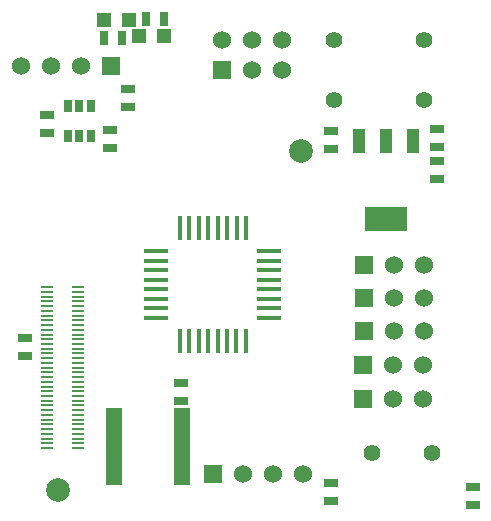
<source format=gts>
G04 (created by PCBNEW (2013-07-07 BZR 4022)-stable) date 12/31/2015 9:21:22 AM*
%MOIN*%
G04 Gerber Fmt 3.4, Leading zero omitted, Abs format*
%FSLAX34Y34*%
G01*
G70*
G90*
G04 APERTURE LIST*
%ADD10C,0.00590551*%
%ADD11R,0.054748X0.027748*%
%ADD12R,0.0787X0.0177*%
%ADD13R,0.0177X0.0787*%
%ADD14C,0.055*%
%ADD15R,0.144X0.08*%
%ADD16R,0.04X0.08*%
%ADD17R,0.045X0.025*%
%ADD18R,0.025X0.045*%
%ADD19R,0.06X0.06*%
%ADD20C,0.06*%
%ADD21R,0.0472X0.0472*%
%ADD22C,0.056*%
%ADD23C,0.0787*%
%ADD24R,0.0448X0.0078*%
%ADD25R,0.0276X0.0394*%
G04 APERTURE END LIST*
G54D10*
G54D11*
X45805Y-38167D03*
X45805Y-38422D03*
X45805Y-38678D03*
X45805Y-38934D03*
X45805Y-39190D03*
X45805Y-39446D03*
X45805Y-39702D03*
X45805Y-39958D03*
X48103Y-39958D03*
X48103Y-39702D03*
X48103Y-39446D03*
X48103Y-39190D03*
X48103Y-38934D03*
X48103Y-38678D03*
X48103Y-38422D03*
X48103Y-38167D03*
X45805Y-40214D03*
X45805Y-40470D03*
X48103Y-40214D03*
X48103Y-40470D03*
G54D12*
X51000Y-32824D03*
X51000Y-33139D03*
X51000Y-33454D03*
X51000Y-33769D03*
X51000Y-34084D03*
X51000Y-34399D03*
X51000Y-34714D03*
X51000Y-35029D03*
X47234Y-35027D03*
X47234Y-32817D03*
X47234Y-33137D03*
X47234Y-33457D03*
X47234Y-33767D03*
X47234Y-34087D03*
X47234Y-34397D03*
X47234Y-34717D03*
G54D13*
X50216Y-35817D03*
X49902Y-35817D03*
X49586Y-35817D03*
X49272Y-35817D03*
X48956Y-35817D03*
X48642Y-35817D03*
X48326Y-35817D03*
X48012Y-35817D03*
X50214Y-32037D03*
X49904Y-32037D03*
X49584Y-32037D03*
X49274Y-32037D03*
X48964Y-32037D03*
X48644Y-32037D03*
X48324Y-32037D03*
X48004Y-32037D03*
G54D14*
X53151Y-27763D03*
X53151Y-25763D03*
X56151Y-27763D03*
X56151Y-25763D03*
G54D15*
X54872Y-31756D03*
G54D16*
X54872Y-29156D03*
X53972Y-29156D03*
X55772Y-29156D03*
G54D17*
X57777Y-40670D03*
X57777Y-41270D03*
X53053Y-40544D03*
X53053Y-41144D03*
X48064Y-37203D03*
X48064Y-37803D03*
X43588Y-28274D03*
X43588Y-28874D03*
X56596Y-29809D03*
X56596Y-30409D03*
X56596Y-28751D03*
X56596Y-29351D03*
X46273Y-27400D03*
X46273Y-28000D03*
X42862Y-35700D03*
X42862Y-36300D03*
X45675Y-28786D03*
X45675Y-29386D03*
X53053Y-28804D03*
X53053Y-29404D03*
G54D18*
X47480Y-25081D03*
X46880Y-25081D03*
G54D19*
X45710Y-26629D03*
G54D20*
X44710Y-26629D03*
X43710Y-26629D03*
X42710Y-26629D03*
G54D19*
X49419Y-26767D03*
G54D20*
X49419Y-25767D03*
X50419Y-26767D03*
X50419Y-25767D03*
X51419Y-26767D03*
X51419Y-25767D03*
G54D19*
X54131Y-37735D03*
G54D20*
X55131Y-37735D03*
X56131Y-37735D03*
G54D19*
X54131Y-36602D03*
G54D20*
X55131Y-36602D03*
X56131Y-36602D03*
G54D19*
X54139Y-35487D03*
G54D20*
X55139Y-35487D03*
X56139Y-35487D03*
G54D19*
X54139Y-34373D03*
G54D20*
X55139Y-34373D03*
X56139Y-34373D03*
G54D19*
X54159Y-33263D03*
G54D20*
X55159Y-33263D03*
X56159Y-33263D03*
G54D21*
X46312Y-25109D03*
X45486Y-25109D03*
X46661Y-25654D03*
X47487Y-25654D03*
G54D22*
X54415Y-39544D03*
X56415Y-39544D03*
G54D23*
X52068Y-29492D03*
X43958Y-40787D03*
G54D24*
X43584Y-39374D03*
X44623Y-39374D03*
X43584Y-39216D03*
X44623Y-39216D03*
X43584Y-39059D03*
X44623Y-39059D03*
X43584Y-38901D03*
X44623Y-38901D03*
X43584Y-38744D03*
X44623Y-38744D03*
X43584Y-38586D03*
X44623Y-38586D03*
X43584Y-38429D03*
X44623Y-38429D03*
X43584Y-38271D03*
X44623Y-38271D03*
X43584Y-38114D03*
X44623Y-38114D03*
X43584Y-37956D03*
X44623Y-37956D03*
X43584Y-37799D03*
X44623Y-37799D03*
X43584Y-37641D03*
X44623Y-37641D03*
X43584Y-37484D03*
X44623Y-37484D03*
X43584Y-37326D03*
X44623Y-37326D03*
X43584Y-37169D03*
X44623Y-37169D03*
X43584Y-37011D03*
X44623Y-37011D03*
X43584Y-36854D03*
X44623Y-36854D03*
X43584Y-36696D03*
X44623Y-36696D03*
X43584Y-36539D03*
X44623Y-36539D03*
X43584Y-36381D03*
X44623Y-36381D03*
X43584Y-36224D03*
X44623Y-36224D03*
X43584Y-36066D03*
X44623Y-36066D03*
X43584Y-35909D03*
X44623Y-35909D03*
X43584Y-35752D03*
X44623Y-35752D03*
X43584Y-35594D03*
X44623Y-35594D03*
X43584Y-35437D03*
X44623Y-35437D03*
X43584Y-35279D03*
X44623Y-35279D03*
X43584Y-35122D03*
X44623Y-35122D03*
X43584Y-34964D03*
X44623Y-34964D03*
X43584Y-34807D03*
X44623Y-34807D03*
X43584Y-34649D03*
X44623Y-34649D03*
X43584Y-34492D03*
X44623Y-34492D03*
X43584Y-34334D03*
X44623Y-34334D03*
X43584Y-34177D03*
X44623Y-34177D03*
X43584Y-34019D03*
X44623Y-34019D03*
G54D25*
X44289Y-27964D03*
X44664Y-27964D03*
X45039Y-27964D03*
X45039Y-28964D03*
X44664Y-28964D03*
X44289Y-28964D03*
G54D18*
X45501Y-25704D03*
X46101Y-25704D03*
G54D19*
X49110Y-40230D03*
G54D20*
X50110Y-40230D03*
X51110Y-40230D03*
X52110Y-40230D03*
M02*

</source>
